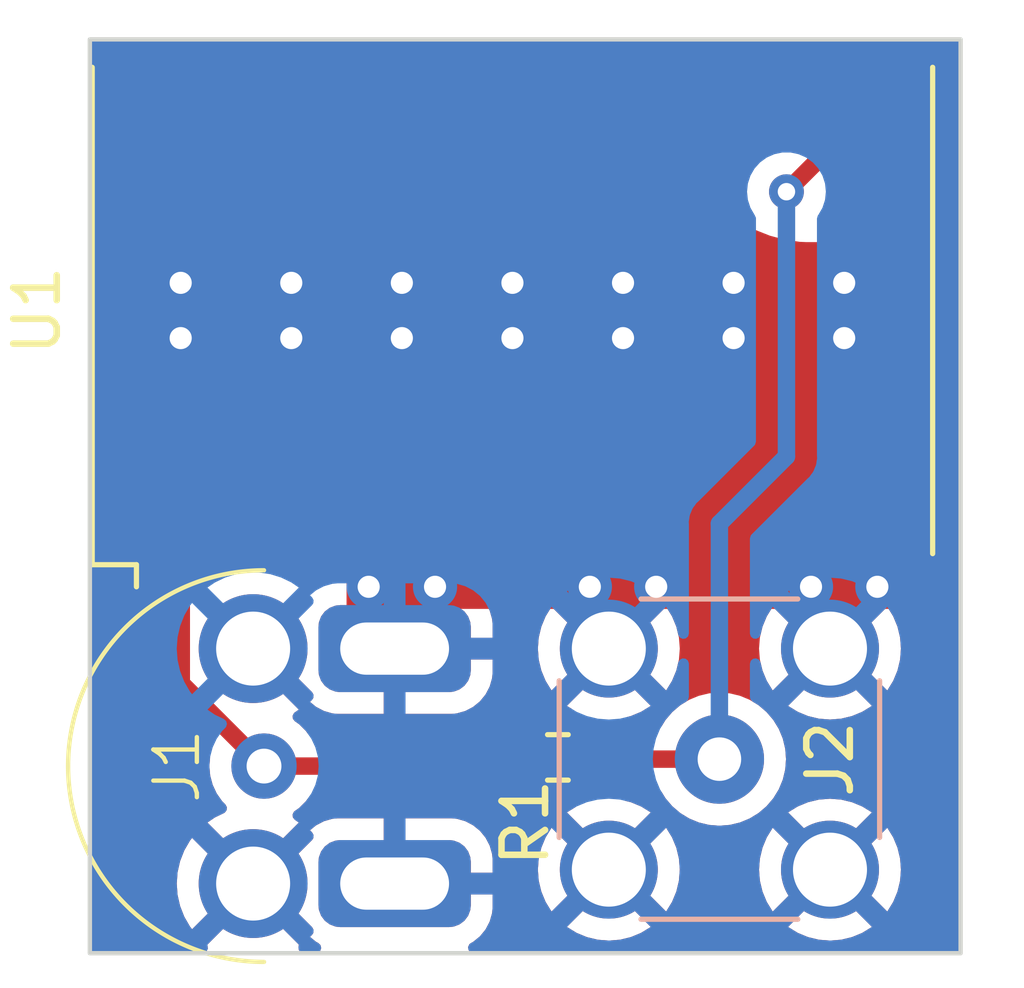
<source format=kicad_pcb>
(kicad_pcb (version 20221018) (generator pcbnew)
  (layers (0 "F.Cu" signal) (31 "B.Cu" signal) (34 "B.Paste" user) (35 "F.Paste" user) (36 "B.SilkS" user "B.Silkscreen") (37 "F.SilkS" user "F.Silkscreen") (38 "B.Mask" user) (39 "F.Mask" user) (44 "Edge.Cuts" user))
  (net 0 "")
  (net 1 "Net-(J2-In)")
  (net 2 "GND")
  (net 3 "Net-(J1-In)")
  (footprint "BioMEMS:CONSMA013.062-Vertical" (layer "F.Cu") (at 164 101.7 90)
    (fp_text reference "J1" (at 0 -2 90 unlocked) (layer "F.SilkS") (effects (font (thickness 0.1))))
    (fp_text value "Conn_Coaxial")
    (fp_arc (start -4.5 0) (mid 0 -4.5) (end 4.5 0) (stroke (width 0.1)) (layer "F.SilkS"))
    (pad "1" thru_hole circle (at 0 0 90) (size 1.5 1.5) (drill 0.8) (layers "*.Cu" "*.Mask") (net 3 "Net-(J1-In)"))
    (pad "2" thru_hole circle (at -2.7 -0.25 90) (size 2.5 2.5) (drill 1.7) (layers "*.Cu" "*.Mask") (net 2 "GND"))
    (pad "2" thru_hole roundrect (at -2.7 3 90) (size 2 3.5) (drill oval 1.2 2.5) (layers "*.Cu" "*.Mask") (net 2 "GND"))
    (pad "2" thru_hole circle (at 2.7 -0.25 90) (size 2.5 2.5) (drill 1.7) (layers "*.Cu" "*.Mask") (net 2 "GND"))
    (pad "2" thru_hole roundrect (at 2.7 3 90) (size 2 3.5) (drill oval 1.2 2.5) (layers "*.Cu" "*.Mask") (net 2 "GND"))
  )
  (footprint "BioMEMS:Mini-Circuits_HF1139_LandPatternPL-230_Truncated" (layer "F.Cu") (at 169.706 91.2295 90)
    (fp_text reference "U1" (at 0 -10.922 90) (layer "F.SilkS"))
    (fp_text value "SXLP-21.4+")
    (fp_line (start -5.842 -9.652) (end -5.842 -8.636) (stroke (width 0.12)) (layer "F.SilkS"))
    (fp_line (start -5.842 -8.636) (end -6.35 -8.636) (stroke (width 0.12)) (layer "F.SilkS"))
    (fp_line (start 5.588 -9.652) (end -5.842 -9.652) (stroke (width 0.12)) (layer "F.SilkS"))
    (fp_line (start 5.588 9.652) (end -5.588 9.652) (stroke (width 0.12)) (layer "F.SilkS"))
    (pad "1" smd rect (at -5.2705 -7.62) (size 1.524 1.397) (layers "F.Cu" "F.Paste" "F.Mask") (net 3 "Net-(J1-In)") (clearance 3))
    (pad "2" smd rect (at 5.2705 -7.62) (size 1.524 1.397) (layers "F.Cu" "F.Paste" "F.Mask") (net 2 "GND"))
    (pad "3" thru_hole circle (at -6.35 -3.302) (size 1.016 1.016) (drill 0.508) (layers "*.Cu") (net 2 "GND"))
    (pad "3" thru_hole circle (at -6.35 -1.778) (size 1.016 1.016) (drill 0.508) (layers "*.Cu") (net 2 "GND"))
    (pad "3" smd rect (at -5.2705 -2.54) (size 1.524 1.397) (layers "F.Cu" "F.Paste" "F.Mask") (net 2 "GND"))
    (pad "4" smd rect (at 5.2705 -2.54) (size 1.524 1.397) (layers "F.Cu" "F.Paste" "F.Mask") (net 2 "GND"))
    (pad "5" thru_hole circle (at -6.35 1.778) (size 1.016 1.016) (drill 0.508) (layers "*.Cu") (net 2 "GND"))
    (pad "5" thru_hole circle (at -6.35 3.302) (size 1.016 1.016) (drill 0.508) (layers "*.Cu") (net 2 "GND"))
    (pad "5" smd rect (at -5.2705 2.54) (size 1.524 1.397) (layers "F.Cu" "F.Paste" "F.Mask") (net 2 "GND"))
    (pad "6" smd rect (at 5.2705 2.54) (size 1.524 1.397) (layers "F.Cu" "F.Paste" "F.Mask") (net 2 "GND"))
    (pad "7" thru_hole circle (at -6.35 6.858) (size 1.016 1.016) (drill 0.508) (layers "*.Cu") (net 2 "GND"))
    (pad "7" thru_hole circle (at -6.35 8.382) (size 1.016 1.016) (drill 0.508) (layers "*.Cu") (net 2 "GND"))
    (pad "7" smd rect (at -5.2705 7.62) (size 1.524 1.397) (layers "F.Cu" "F.Paste" "F.Mask") (net 2 "GND"))
    (pad "7" smd rect (at -4.0259 2.794) (size 13.208 5.6642) (layers "F.Cu") (net 2 "GND"))
    (pad "7" thru_hole circle (at -0.635 -7.62) (size 1.016 1.016) (drill 0.508) (layers "*.Cu") (net 2 "GND"))
    (pad "7" thru_hole circle (at -0.635 -5.08) (size 1.016 1.016) (drill 0.508) (layers "*.Cu") (net 2 "GND"))
    (pad "7" thru_hole circle (at -0.635 -2.54) (size 1.016 1.016) (drill 0.508) (layers "*.Cu") (net 2 "GND"))
    (pad "7" thru_hole circle (at -0.635 0) (size 1.016 1.016) (drill 0.508) (layers "*.Cu") (net 2 "GND"))
    (pad "7" thru_hole circle (at -0.635 2.54) (size 1.016 1.016) (drill 0.508) (layers "*.Cu") (net 2 "GND"))
    (pad "7" thru_hole circle (at -0.635 5.08) (size 1.016 1.016) (drill 0.508) (layers "*.Cu") (net 2 "GND"))
    (pad "7" thru_hole circle (at -0.635 7.62) (size 1.016 1.016) (drill 0.508) (layers "*.Cu") (net 2 "GND"))
    (pad "7" smd rect (at 0 0) (size 18.796 2.3876) (layers "F.Cu") (net 2 "GND"))
    (pad "7" thru_hole circle (at 0.635 -7.62) (size 1.016 1.016) (drill 0.508) (layers "*.Cu") (net 2 "GND"))
    (pad "7" thru_hole circle (at 0.635 -5.08) (size 1.016 1.016) (drill 0.508) (layers "*.Cu") (net 2 "GND"))
    (pad "7" thru_hole circle (at 0.635 -2.54) (size 1.016 1.016) (drill 0.508) (layers "*.Cu") (net 2 "GND"))
    (pad "7" thru_hole circle (at 0.635 0) (size 1.016 1.016) (drill 0.508) (layers "*.Cu") (net 2 "GND"))
    (pad "7" thru_hole circle (at 0.635 2.54) (size 1.016 1.016) (drill 0.508) (layers "*.Cu") (net 2 "GND"))
    (pad "7" thru_hole circle (at 0.635 5.08) (size 1.016 1.016) (drill 0.508) (layers "*.Cu") (net 2 "GND"))
    (pad "7" thru_hole circle (at 0.635 7.62) (size 1.016 1.016) (drill 0.508) (layers "*.Cu") (net 2 "GND"))
    (pad "7" smd rect (at 3.5814 -3.048) (size 12.7 4.7752) (layers "F.Cu") (net 2 "GND"))
    (pad "8" smd rect (at 5.2705 7.62) (size 1.524 1.397) (layers "F.Cu" "F.Paste" "F.Mask") (net 1 "Net-(J2-In)") (clearance 3))
  )
  (footprint "Resistor_SMD:R_0603_1608Metric" (layer "F.Cu") (at 170.75 101.5)
    (fp_text reference "R1" (at -0.75 1.5 90) (layer "F.SilkS"))
    (fp_text value "0")
    (fp_line (start -0.237258 -0.5225) (end 0.237258 -0.5225) (stroke (width 0.12)) (layer "F.SilkS"))
    (fp_line (start -0.237258 0.5225) (end 0.237258 0.5225) (stroke (width 0.12)) (layer "F.SilkS"))
    (pad "1" smd roundrect (at -0.825 0) (size 0.8 0.95) (layers "F.Cu" "F.Paste" "F.Mask") (net 3 "Net-(J1-In)"))
    (pad "2" smd roundrect (at 0.825 0) (size 0.8 0.95) (layers "F.Cu" "F.Paste" "F.Mask") (net 1 "Net-(J2-In)"))
  )
  (footprint "BioMEMS:538-73251-6521" (layer "B.Cu") (at 174.46 101.54 90)
    (fp_text reference "J2" (at 0 2.54 -270) (layer "F.SilkS"))
    (fp_text value "Conn_Coaxial")
    (fp_line (start -3.68 1.8) (end -3.68 -1.8) (stroke (width 0.12)) (layer "B.SilkS"))
    (fp_line (start -1.8 -3.68) (end 1.8 -3.68) (stroke (width 0.12)) (layer "B.SilkS"))
    (fp_line (start -1.8 3.68) (end 1.8 3.68) (stroke (width 0.12)) (layer "B.SilkS"))
    (fp_line (start 3.68 1.8) (end 3.68 -1.8) (stroke (width 0.12)) (layer "B.SilkS"))
    (pad "1" thru_hole circle (at 0 0 90) (size 2.05 2.05) (drill 1) (layers "*.Cu" "*.Mask") (net 1 "Net-(J2-In)"))
    (pad "2" thru_hole circle (at -2.54 -2.54 90) (size 2.25 2.25) (drill 1.7) (layers "*.Cu" "*.Mask") (net 2 "GND"))
    (pad "2" thru_hole circle (at -2.54 2.54 90) (size 2.25 2.25) (drill 1.7) (layers "*.Cu" "*.Mask") (net 2 "GND"))
    (pad "2" thru_hole circle (at 2.54 -2.54 90) (size 2.25 2.25) (drill 1.7) (layers "*.Cu" "*.Mask") (net 2 "GND"))
    (pad "2" thru_hole circle (at 2.54 2.54 90) (size 2.25 2.25) (drill 1.7) (layers "*.Cu" "*.Mask") (net 2 "GND"))
  )
  (gr_rect (start 160 85) (end 180 106) (stroke (width 0.1)) (fill none) (layer "Edge.Cuts"))
  (segment (start 174.46 101.54) (end 171.615 101.54) (width 0.4) (layer "F.Cu") (net 1))
  (segment (start 171.615 101.54) (end 171.575 101.5) (width 0.4) (layer "F.Cu") (net 1))
  (segment (start 177.326 87.174) (end 176 88.5) (width 0.4) (layer "F.Cu") (net 1))
  (segment (start 177.326 85.959) (end 177.326 87.174) (width 0.4) (layer "F.Cu") (net 1))
  (via (at 176 88.5) (size 0.8) (drill 0.4) (layers "F.Cu" "B.Cu") (net 1))
  (segment (start 174.46 101.54) (end 174.46 96.125606) (width 0.4) (layer "B.Cu") (net 1))
  (segment (start 174.46 96.125606) (end 176 94.585606) (width 0.4) (layer "B.Cu") (net 1))
  (segment (start 176 94.585606) (end 176 88.5) (width 0.4) (layer "B.Cu") (net 1))
  (segment (start 174.46 94.54) (end 175 94) (width 0.4) (layer "F.Cu") (net 2))
  (segment (start 162.1 99.8) (end 164 101.7) (width 0.4) (layer "F.Cu") (net 3))
  (segment (start 162.086 96.5) (end 162.1 96.514) (width 0.4) (layer "F.Cu") (net 3))
  (segment (start 169.925 101.5) (end 169.725 101.7) (width 0.4) (layer "F.Cu") (net 3))
  (segment (start 169.725 101.7) (end 164 101.7) (width 0.4) (layer "F.Cu") (net 3))
  (segment (start 162.1 96.514) (end 162.1 99.8) (width 0.4) (layer "F.Cu") (net 3))
  (zone (net 2) (net_name "GND") (layers "F&B.Cu") (connect_pads (clearance 0.5)) (min_thickness 0.25) (fill yes (thermal_gap 0.5) (thermal_bridge_width 0.5))
    (polygon (pts (xy 180 106) (xy 180 85) (xy 160 85) (xy 160 106)))
  )
)
</source>
